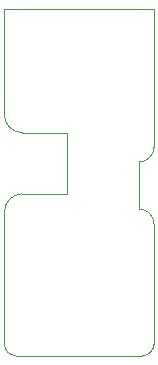
<source format=gbr>
G04 #@! TF.GenerationSoftware,KiCad,Pcbnew,(6.0.6-0)*
G04 #@! TF.CreationDate,2022-11-05T02:26:21-04:00*
G04 #@! TF.ProjectId,Twins Switch PCB,5477696e-7320-4537-9769-746368205043,1*
G04 #@! TF.SameCoordinates,Original*
G04 #@! TF.FileFunction,Profile,NP*
%FSLAX46Y46*%
G04 Gerber Fmt 4.6, Leading zero omitted, Abs format (unit mm)*
G04 Created by KiCad (PCBNEW (6.0.6-0)) date 2022-11-05 02:26:21*
%MOMM*%
%LPD*%
G01*
G04 APERTURE LIST*
G04 #@! TA.AperFunction,Profile*
%ADD10C,0.100000*%
G04 #@! TD*
G04 APERTURE END LIST*
D10*
X134997141Y-119252908D02*
X145662859Y-119252908D01*
X145410000Y-106830000D02*
X145410000Y-102850000D01*
X134000660Y-98859340D02*
G75*
G03*
X135500660Y-100359340I1500040J40D01*
G01*
X139260000Y-100360000D02*
X139260000Y-105550000D01*
X145410000Y-102850000D02*
G75*
G03*
X146660000Y-101600000I0J1250000D01*
G01*
X133997092Y-118252859D02*
G75*
G03*
X134997141Y-119252908I1000008J-41D01*
G01*
X145662859Y-119252908D02*
G75*
G03*
X146662908Y-118252859I41J1000008D01*
G01*
X139260000Y-105550000D02*
X135500660Y-105550660D01*
X146660000Y-101600000D02*
X146660000Y-89910000D01*
X146662908Y-118252859D02*
X146660000Y-108080000D01*
X134000000Y-89910000D02*
X134000660Y-98859340D01*
X134000660Y-107050660D02*
X133997092Y-118252859D01*
X146660000Y-108080000D02*
G75*
G03*
X145410000Y-106830000I-1250000J0D01*
G01*
X146660000Y-89910000D02*
X134000000Y-89910000D01*
X135500660Y-100359340D02*
X139260000Y-100360000D01*
X135500660Y-105550660D02*
G75*
G03*
X134000660Y-107050660I40J-1500040D01*
G01*
M02*

</source>
